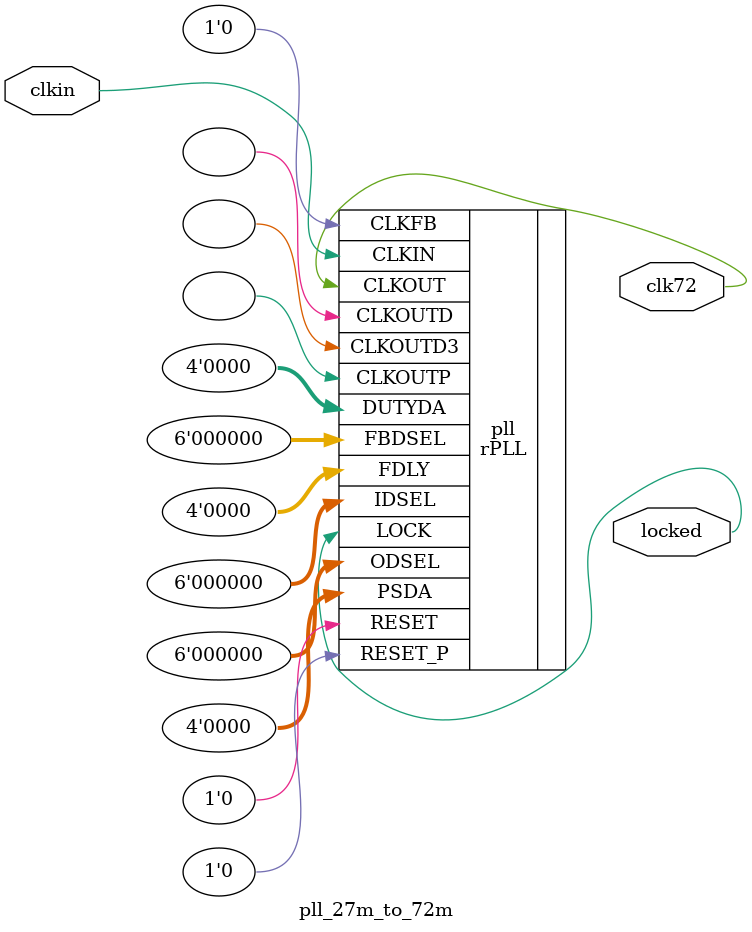
<source format=sv>
/**
 * Gowin PLL Configuration for Tang9K
 * 
 * Input: 27 MHz
 * Output: Multiple clocks for various functions
 * 
 * Available clock outputs:
 *   - clkout0: 72 MHz (27 MHz × 8 ÷ 3)
 *   - clkout1: 27 MHz (1:1 passthrough)
 */

module pll_27m_to_100m (
    input  logic clkin,
    output logic clkout0,  // intended 72 MHz (approx)
    output logic clkout1,  // 27 MHz passthrough
    output logic locked
);

`ifdef SYNTHESIS
    // Synthesis: instantiate the Gowin-generated PLL IP here.
    // Recommended workflow:
    // 1) Use Gowin IP generator to create a PLL that generates the required clocks
    //    (72 MHz and 27 MHz) from the 27 MHz crystal.
    // 2) Name the generated module `gowin_pll_27m_to_100m` (or change the name below),
    //    and keep the port mapping as shown so this wrapper can instantiate it.
    // 3) Add the generated IP files to the project so the synthesiser can find them.


rPLL #( // For GW1NR-9C C6/I5 (Tang Nano 9K proto dev board)
  .FCLKIN("27"),
  .IDIV_SEL(2), // -> PFD = 9 MHz (range: 3-400 MHz)
  .FBDIV_SEL(7), // -> CLKOUT = 72 MHz (range: 3.125-600 MHz)
  .ODIV_SEL(8) // -> VCO = 576 MHz (range: 400-1200 MHz)
) pll (.CLKOUTP(), .CLKOUTD(), .CLKOUTD3(), .RESET(1'b0), .RESET_P(1'b0), .CLKFB(1'b0), .FBDSEL(6'b0), .IDSEL(6'b0), .ODSEL(6'b0), .PSDA(4'b0), .DUTYDA(4'b0), .FDLY(4'b0),
  .CLKIN(clkin), // 27 MHz
  .CLKOUT(clkout0), // 72 MHz
  .LOCK(locked)
);
    assign clkout1 = clkin;


`else
    // Simulation fallback model (behavioral) - produces an approximate faster clock
    // from the incoming 27 MHz. This is not cycle-accurate but useful for tests.
    logic [15:0] phase_accum_sim = 0;

    always_ff @(posedge clkin) begin
        // Increment to approximate multiplication/division ratio.
        phase_accum_sim <= phase_accum_sim + 16'd1234;
    end

    assign clkout0 = phase_accum_sim[15];
    assign clkout1 = clkin;
    assign locked  = 1'b1;

`endif

endmodule


/**
 * 54 MHz PLL specialized module
 * 
 * Generates 54 MHz clock from 27 MHz input
 * Useful for TTL serial and other high-speed interfaces
 */
module pll_27m_to_72m (
    input  logic clkin,
    output logic clk72,
    output logic locked
);

`ifdef SYNTHESIS
    // Synthesis: instantiate the Gowin-generated 27->54 MHz PLL here.
    // Use the IP generator to create a module named `gowin_pll_27m_to_72m` (or
    // adjust the instantiation below to match the generated module name).
rPLL #( // For GW1NR-9C C6/I5 (Tang Nano 9K proto dev board)
  .FCLKIN("27"),
  .IDIV_SEL(2), // -> PFD = 9 MHz (range: 3-400 MHz)
  .FBDIV_SEL(5), // -> VCO = 27 * 6 * 8 / 3 = 432 MHz (range: 400-1200 MHz)
  .ODIV_SEL(8) // -> CLKOUT = 432 / 8 = 54 MHz
) pll (.CLKOUTP(), .CLKOUTD(), .CLKOUTD3(), .RESET(1'b0), .RESET_P(1'b0), .CLKFB(1'b0), .FBDSEL(6'b0), .IDSEL(6'b0), .ODSEL(6'b0), .PSDA(4'b0), .DUTYDA(4'b0), .FDLY(4'b0),
    .CLKIN(clkin), // 27 MHz input should be connected to module port 'clkin'
    .CLKOUT(clk72), // 54 MHz output mapped to module port 'clk72'
    .LOCK(locked)
);


`else
    // Behavioral simulation model - Bypass for testbench driving 72MHz directly
    assign clk72 = clkin;
    reg locked_reg = 0;
    assign locked = locked_reg;
    initial begin
        #100;
        locked_reg = 1;
    end

`endif

endmodule

</source>
